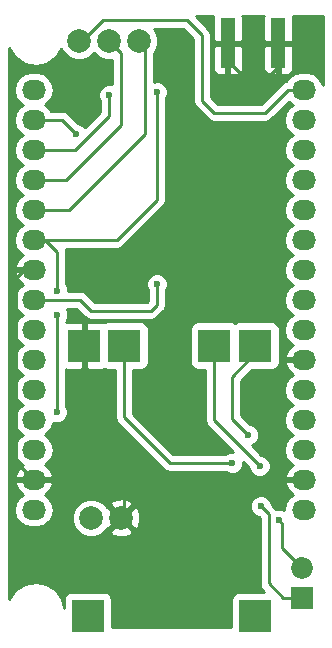
<source format=gbr>
G04 #@! TF.FileFunction,Copper,L2,Bot,Signal*
%FSLAX46Y46*%
G04 Gerber Fmt 4.6, Leading zero omitted, Abs format (unit mm)*
G04 Created by KiCad (PCBNEW 4.0.4-stable) date 04/06/17 15:32:41*
%MOMM*%
%LPD*%
G01*
G04 APERTURE LIST*
%ADD10C,0.100000*%
%ADD11C,1.998980*%
%ADD12R,1.270000X4.191000*%
%ADD13O,2.032000X1.727200*%
%ADD14R,1.850000X1.850000*%
%ADD15C,1.850000*%
%ADD16R,2.800000X2.800000*%
%ADD17C,0.600000*%
%ADD18C,0.250000*%
%ADD19C,0.254000*%
G04 APERTURE END LIST*
D10*
D11*
X135890000Y-137160000D03*
X134874000Y-96774000D03*
D12*
X147459700Y-96964500D03*
X151752300Y-96964500D03*
D13*
X153898600Y-100914200D03*
X153898600Y-103454200D03*
X153898600Y-105994200D03*
X153898600Y-108534200D03*
X153898600Y-111074200D03*
X153898600Y-113614200D03*
X153898600Y-116154200D03*
X153898600Y-118694200D03*
X153898600Y-121234200D03*
X153898600Y-123774200D03*
X153898600Y-126314200D03*
X153898600Y-128854200D03*
X153898600Y-131394200D03*
X153898600Y-133934200D03*
X153898600Y-136474200D03*
X131038600Y-100914200D03*
X131038600Y-131394200D03*
X131038600Y-133934200D03*
X131038600Y-128854200D03*
X131038600Y-113614200D03*
X131038600Y-111074200D03*
X131038600Y-116154200D03*
X131038600Y-136474200D03*
X131038600Y-121234200D03*
X131038600Y-118694200D03*
X131038600Y-123774200D03*
X131038600Y-126314200D03*
X131038600Y-105994200D03*
X131038600Y-108534200D03*
X131038600Y-103454200D03*
D11*
X137414000Y-96774000D03*
X139954000Y-96774000D03*
X138430000Y-137160000D03*
D14*
X153771600Y-143941800D03*
D15*
X153771600Y-141441800D03*
D16*
X138711000Y-122567600D03*
X146311000Y-122567600D03*
X135311000Y-122567600D03*
X149811000Y-122567600D03*
X135611000Y-145467600D03*
X149811000Y-145467600D03*
D17*
X149199600Y-130124200D03*
X132715000Y-139446000D03*
X132969000Y-128206500D03*
X133032500Y-119951500D03*
X133032500Y-117919500D03*
X141483600Y-101119400D03*
X141478000Y-117348000D03*
X137414000Y-101346000D03*
X134620000Y-104648000D03*
X150266400Y-136169400D03*
X150164800Y-132765800D03*
X151765000Y-137337800D03*
X147853400Y-132486400D03*
D18*
X147828000Y-125222000D02*
X149811000Y-123239000D01*
X147828000Y-128752600D02*
X147828000Y-125222000D01*
X149199600Y-130124200D02*
X147828000Y-128752600D01*
X149811000Y-123239000D02*
X149811000Y-122567600D01*
X134874000Y-96774000D02*
X135128000Y-96774000D01*
X135128000Y-96774000D02*
X136906000Y-94996000D01*
X136906000Y-94996000D02*
X144018000Y-94996000D01*
X144018000Y-94996000D02*
X145288000Y-96266000D01*
X145288000Y-96266000D02*
X145288000Y-101854000D01*
X145288000Y-101854000D02*
X146304000Y-102870000D01*
X146304000Y-102870000D02*
X150622000Y-102870000D01*
X150622000Y-102870000D02*
X152577800Y-100914200D01*
X152577800Y-100914200D02*
X153898600Y-100914200D01*
X135572500Y-133934200D02*
X135572500Y-134747000D01*
X132715000Y-137604500D02*
X132715000Y-139446000D01*
X135572500Y-134747000D02*
X132715000Y-137604500D01*
X133197600Y-133934200D02*
X133197600Y-129946400D01*
X135311000Y-127833000D02*
X135311000Y-122567600D01*
X133197600Y-129946400D02*
X135311000Y-127833000D01*
X138709400Y-133934200D02*
X138709400Y-136880600D01*
X138709400Y-136880600D02*
X138430000Y-137160000D01*
X131038600Y-116154200D02*
X130225800Y-116154200D01*
X130225800Y-116154200D02*
X129540000Y-116840000D01*
X129540000Y-116840000D02*
X129540000Y-132435600D01*
X129540000Y-132435600D02*
X131038600Y-133934200D01*
X131038600Y-133934200D02*
X133197600Y-133934200D01*
X133197600Y-133934200D02*
X135572500Y-133934200D01*
X135572500Y-133934200D02*
X138709400Y-133934200D01*
X138709400Y-133934200D02*
X153898600Y-133934200D01*
X147459700Y-96964500D02*
X147459700Y-98437700D01*
X147459700Y-98437700D02*
X148590000Y-99568000D01*
X148590000Y-99568000D02*
X151130000Y-99568000D01*
X151130000Y-99568000D02*
X151752300Y-98945700D01*
X151752300Y-98945700D02*
X151752300Y-96964500D01*
X131038600Y-113614200D02*
X132029200Y-113614200D01*
X132029200Y-113614200D02*
X133032500Y-114617500D01*
X132969000Y-120015000D02*
X132969000Y-128206500D01*
X133032500Y-119951500D02*
X132969000Y-120015000D01*
X133032500Y-114617500D02*
X133032500Y-117919500D01*
X131038600Y-113614200D02*
X138099800Y-113614200D01*
X141478000Y-110236000D02*
X138099800Y-113614200D01*
X141478000Y-101125000D02*
X141478000Y-110236000D01*
X141478000Y-101125000D02*
X141483600Y-101119400D01*
X131038600Y-111074200D02*
X134035800Y-111074200D01*
X140462000Y-104648000D02*
X140462000Y-97282000D01*
X134035800Y-111074200D02*
X140462000Y-104648000D01*
X140462000Y-97282000D02*
X139954000Y-96774000D01*
X135890000Y-119634000D02*
X140970000Y-119634000D01*
X134950200Y-118694200D02*
X135890000Y-119634000D01*
X140970000Y-119634000D02*
X141478000Y-119126000D01*
X131038600Y-118694200D02*
X134950200Y-118694200D01*
X141478000Y-119126000D02*
X141478000Y-117348000D01*
X131038600Y-105994200D02*
X134543800Y-105994200D01*
X137414000Y-103124000D02*
X137414000Y-101346000D01*
X134543800Y-105994200D02*
X137414000Y-103124000D01*
X131038600Y-108534200D02*
X133781800Y-108534200D01*
X138430000Y-97790000D02*
X137414000Y-96774000D01*
X138430000Y-103886000D02*
X138430000Y-97790000D01*
X133781800Y-108534200D02*
X138430000Y-103886000D01*
X133426200Y-103454200D02*
X131038600Y-103454200D01*
X134620000Y-104648000D02*
X133426200Y-103454200D01*
X146311000Y-122567600D02*
X146311000Y-128912000D01*
X152171400Y-143941800D02*
X153771600Y-143941800D01*
X150926800Y-142697200D02*
X152171400Y-143941800D01*
X150926800Y-136829800D02*
X150926800Y-142697200D01*
X150266400Y-136169400D02*
X150926800Y-136829800D01*
X146311000Y-128912000D02*
X150164800Y-132765800D01*
X138711000Y-122567600D02*
X138711000Y-128652600D01*
X152069800Y-139740000D02*
X153771600Y-141441800D01*
X152069800Y-137642600D02*
X152069800Y-139740000D01*
X151765000Y-137337800D02*
X152069800Y-137642600D01*
X142544800Y-132486400D02*
X147853400Y-132486400D01*
X138711000Y-128652600D02*
X142544800Y-132486400D01*
D19*
G36*
X144528000Y-96580802D02*
X144528000Y-101854000D01*
X144585852Y-102144839D01*
X144750599Y-102391401D01*
X145766599Y-103407401D01*
X146013161Y-103572148D01*
X146304000Y-103630000D01*
X150622000Y-103630000D01*
X150912839Y-103572148D01*
X151159401Y-103407401D01*
X152629650Y-101937152D01*
X152654185Y-101973870D01*
X152968966Y-102184200D01*
X152654185Y-102394530D01*
X152329329Y-102880711D01*
X152215255Y-103454200D01*
X152329329Y-104027689D01*
X152654185Y-104513870D01*
X152968966Y-104724200D01*
X152654185Y-104934530D01*
X152329329Y-105420711D01*
X152215255Y-105994200D01*
X152329329Y-106567689D01*
X152654185Y-107053870D01*
X152968966Y-107264200D01*
X152654185Y-107474530D01*
X152329329Y-107960711D01*
X152215255Y-108534200D01*
X152329329Y-109107689D01*
X152654185Y-109593870D01*
X152968966Y-109804200D01*
X152654185Y-110014530D01*
X152329329Y-110500711D01*
X152215255Y-111074200D01*
X152329329Y-111647689D01*
X152654185Y-112133870D01*
X152968966Y-112344200D01*
X152654185Y-112554530D01*
X152329329Y-113040711D01*
X152215255Y-113614200D01*
X152329329Y-114187689D01*
X152654185Y-114673870D01*
X152968966Y-114884200D01*
X152654185Y-115094530D01*
X152329329Y-115580711D01*
X152215255Y-116154200D01*
X152329329Y-116727689D01*
X152654185Y-117213870D01*
X152968966Y-117424200D01*
X152654185Y-117634530D01*
X152329329Y-118120711D01*
X152215255Y-118694200D01*
X152329329Y-119267689D01*
X152654185Y-119753870D01*
X152968966Y-119964200D01*
X152654185Y-120174530D01*
X152329329Y-120660711D01*
X152215255Y-121234200D01*
X152329329Y-121807689D01*
X152654185Y-122293870D01*
X152963669Y-122500661D01*
X152547868Y-122872164D01*
X152293891Y-123399409D01*
X152291242Y-123415174D01*
X152412383Y-123647200D01*
X153771600Y-123647200D01*
X153771600Y-123627200D01*
X154025600Y-123627200D01*
X154025600Y-123647200D01*
X154045600Y-123647200D01*
X154045600Y-123901200D01*
X154025600Y-123901200D01*
X154025600Y-123921200D01*
X153771600Y-123921200D01*
X153771600Y-123901200D01*
X152412383Y-123901200D01*
X152291242Y-124133226D01*
X152293891Y-124148991D01*
X152547868Y-124676236D01*
X152963669Y-125047739D01*
X152654185Y-125254530D01*
X152329329Y-125740711D01*
X152215255Y-126314200D01*
X152329329Y-126887689D01*
X152654185Y-127373870D01*
X152968966Y-127584200D01*
X152654185Y-127794530D01*
X152329329Y-128280711D01*
X152215255Y-128854200D01*
X152329329Y-129427689D01*
X152654185Y-129913870D01*
X152968966Y-130124200D01*
X152654185Y-130334530D01*
X152329329Y-130820711D01*
X152215255Y-131394200D01*
X152329329Y-131967689D01*
X152654185Y-132453870D01*
X152963669Y-132660661D01*
X152547868Y-133032164D01*
X152293891Y-133559409D01*
X152291242Y-133575174D01*
X152412383Y-133807200D01*
X153771600Y-133807200D01*
X153771600Y-133787200D01*
X154025600Y-133787200D01*
X154025600Y-133807200D01*
X154045600Y-133807200D01*
X154045600Y-134061200D01*
X154025600Y-134061200D01*
X154025600Y-134081200D01*
X153771600Y-134081200D01*
X153771600Y-134061200D01*
X152412383Y-134061200D01*
X152291242Y-134293226D01*
X152293891Y-134308991D01*
X152547868Y-134836236D01*
X152963669Y-135207739D01*
X152654185Y-135414530D01*
X152329329Y-135900711D01*
X152215255Y-136474200D01*
X152223529Y-136515795D01*
X151951799Y-136402962D01*
X151579833Y-136402638D01*
X151546941Y-136416229D01*
X151464201Y-136292399D01*
X151201522Y-136029720D01*
X151201562Y-135984233D01*
X151059517Y-135640457D01*
X150796727Y-135377208D01*
X150453199Y-135234562D01*
X150081233Y-135234238D01*
X149737457Y-135376283D01*
X149474208Y-135639073D01*
X149331562Y-135982601D01*
X149331238Y-136354567D01*
X149473283Y-136698343D01*
X149736073Y-136961592D01*
X150079601Y-137104238D01*
X150126477Y-137104279D01*
X150166800Y-137144602D01*
X150166800Y-142697200D01*
X150224652Y-142988039D01*
X150389399Y-143234601D01*
X150574958Y-143420160D01*
X148411000Y-143420160D01*
X148175683Y-143464438D01*
X147959559Y-143603510D01*
X147814569Y-143815710D01*
X147763560Y-144067600D01*
X147763560Y-146406800D01*
X137658440Y-146406800D01*
X137658440Y-144067600D01*
X137614162Y-143832283D01*
X137475090Y-143616159D01*
X137262890Y-143471169D01*
X137011000Y-143420160D01*
X134211000Y-143420160D01*
X133975683Y-143464438D01*
X133759559Y-143603510D01*
X133614569Y-143815710D01*
X133563560Y-144067600D01*
X133563560Y-144750861D01*
X133423323Y-144045842D01*
X132899546Y-143261954D01*
X132115658Y-142738177D01*
X131191000Y-142554251D01*
X130266342Y-142738177D01*
X129482454Y-143261954D01*
X128980000Y-144013930D01*
X128980000Y-136474200D01*
X129355255Y-136474200D01*
X129469329Y-137047689D01*
X129794185Y-137533870D01*
X130280366Y-137858726D01*
X130853855Y-137972800D01*
X131223345Y-137972800D01*
X131796834Y-137858726D01*
X132283015Y-137533870D01*
X132316541Y-137483694D01*
X134255226Y-137483694D01*
X134503538Y-138084655D01*
X134962927Y-138544846D01*
X135563453Y-138794206D01*
X136213694Y-138794774D01*
X136814655Y-138546462D01*
X137049362Y-138312163D01*
X137457443Y-138312163D01*
X137556042Y-138578965D01*
X138165582Y-138805401D01*
X138815377Y-138781341D01*
X139303958Y-138578965D01*
X139402557Y-138312163D01*
X138430000Y-137339605D01*
X137457443Y-138312163D01*
X137049362Y-138312163D01*
X137242401Y-138119461D01*
X137277837Y-138132557D01*
X138250395Y-137160000D01*
X138609605Y-137160000D01*
X139582163Y-138132557D01*
X139848965Y-138033958D01*
X140075401Y-137424418D01*
X140051341Y-136774623D01*
X139848965Y-136286042D01*
X139582163Y-136187443D01*
X138609605Y-137160000D01*
X138250395Y-137160000D01*
X137277837Y-136187443D01*
X137241901Y-136200724D01*
X137049351Y-136007837D01*
X137457443Y-136007837D01*
X138430000Y-136980395D01*
X139402557Y-136007837D01*
X139303958Y-135741035D01*
X138694418Y-135514599D01*
X138044623Y-135538659D01*
X137556042Y-135741035D01*
X137457443Y-136007837D01*
X137049351Y-136007837D01*
X136817073Y-135775154D01*
X136216547Y-135525794D01*
X135566306Y-135525226D01*
X134965345Y-135773538D01*
X134505154Y-136232927D01*
X134255794Y-136833453D01*
X134255226Y-137483694D01*
X132316541Y-137483694D01*
X132607871Y-137047689D01*
X132721945Y-136474200D01*
X132607871Y-135900711D01*
X132283015Y-135414530D01*
X131973531Y-135207739D01*
X132389332Y-134836236D01*
X132643309Y-134308991D01*
X132645958Y-134293226D01*
X132524817Y-134061200D01*
X131165600Y-134061200D01*
X131165600Y-134081200D01*
X130911600Y-134081200D01*
X130911600Y-134061200D01*
X129552383Y-134061200D01*
X129431242Y-134293226D01*
X129433891Y-134308991D01*
X129687868Y-134836236D01*
X130103669Y-135207739D01*
X129794185Y-135414530D01*
X129469329Y-135900711D01*
X129355255Y-136474200D01*
X128980000Y-136474200D01*
X128980000Y-97413070D01*
X129482454Y-98165046D01*
X130266342Y-98688823D01*
X131191000Y-98872749D01*
X132115658Y-98688823D01*
X132899546Y-98165046D01*
X133381941Y-97443091D01*
X133487538Y-97698655D01*
X133946927Y-98158846D01*
X134547453Y-98408206D01*
X135197694Y-98408774D01*
X135798655Y-98160462D01*
X136144199Y-97815520D01*
X136486927Y-98158846D01*
X137087453Y-98408206D01*
X137670000Y-98408715D01*
X137670000Y-100439897D01*
X137600799Y-100411162D01*
X137228833Y-100410838D01*
X136885057Y-100552883D01*
X136621808Y-100815673D01*
X136479162Y-101159201D01*
X136478838Y-101531167D01*
X136620883Y-101874943D01*
X136654000Y-101908118D01*
X136654000Y-102809198D01*
X135378659Y-104084539D01*
X135150327Y-103855808D01*
X134806799Y-103713162D01*
X134759923Y-103713121D01*
X133963601Y-102916799D01*
X133717039Y-102752052D01*
X133426200Y-102694200D01*
X132483248Y-102694200D01*
X132283015Y-102394530D01*
X131968234Y-102184200D01*
X132283015Y-101973870D01*
X132607871Y-101487689D01*
X132721945Y-100914200D01*
X132607871Y-100340711D01*
X132283015Y-99854530D01*
X131796834Y-99529674D01*
X131223345Y-99415600D01*
X130853855Y-99415600D01*
X130280366Y-99529674D01*
X129794185Y-99854530D01*
X129469329Y-100340711D01*
X129355255Y-100914200D01*
X129469329Y-101487689D01*
X129794185Y-101973870D01*
X130108966Y-102184200D01*
X129794185Y-102394530D01*
X129469329Y-102880711D01*
X129355255Y-103454200D01*
X129469329Y-104027689D01*
X129794185Y-104513870D01*
X130108966Y-104724200D01*
X129794185Y-104934530D01*
X129469329Y-105420711D01*
X129355255Y-105994200D01*
X129469329Y-106567689D01*
X129794185Y-107053870D01*
X130108966Y-107264200D01*
X129794185Y-107474530D01*
X129469329Y-107960711D01*
X129355255Y-108534200D01*
X129469329Y-109107689D01*
X129794185Y-109593870D01*
X130108966Y-109804200D01*
X129794185Y-110014530D01*
X129469329Y-110500711D01*
X129355255Y-111074200D01*
X129469329Y-111647689D01*
X129794185Y-112133870D01*
X130108966Y-112344200D01*
X129794185Y-112554530D01*
X129469329Y-113040711D01*
X129355255Y-113614200D01*
X129469329Y-114187689D01*
X129794185Y-114673870D01*
X130103669Y-114880661D01*
X129687868Y-115252164D01*
X129433891Y-115779409D01*
X129431242Y-115795174D01*
X129552383Y-116027200D01*
X130911600Y-116027200D01*
X130911600Y-116007200D01*
X131165600Y-116007200D01*
X131165600Y-116027200D01*
X131185600Y-116027200D01*
X131185600Y-116281200D01*
X131165600Y-116281200D01*
X131165600Y-116301200D01*
X130911600Y-116301200D01*
X130911600Y-116281200D01*
X129552383Y-116281200D01*
X129431242Y-116513226D01*
X129433891Y-116528991D01*
X129687868Y-117056236D01*
X130103669Y-117427739D01*
X129794185Y-117634530D01*
X129469329Y-118120711D01*
X129355255Y-118694200D01*
X129469329Y-119267689D01*
X129794185Y-119753870D01*
X130108966Y-119964200D01*
X129794185Y-120174530D01*
X129469329Y-120660711D01*
X129355255Y-121234200D01*
X129469329Y-121807689D01*
X129794185Y-122293870D01*
X130108966Y-122504200D01*
X129794185Y-122714530D01*
X129469329Y-123200711D01*
X129355255Y-123774200D01*
X129469329Y-124347689D01*
X129794185Y-124833870D01*
X130108966Y-125044200D01*
X129794185Y-125254530D01*
X129469329Y-125740711D01*
X129355255Y-126314200D01*
X129469329Y-126887689D01*
X129794185Y-127373870D01*
X130108966Y-127584200D01*
X129794185Y-127794530D01*
X129469329Y-128280711D01*
X129355255Y-128854200D01*
X129469329Y-129427689D01*
X129794185Y-129913870D01*
X130108966Y-130124200D01*
X129794185Y-130334530D01*
X129469329Y-130820711D01*
X129355255Y-131394200D01*
X129469329Y-131967689D01*
X129794185Y-132453870D01*
X130103669Y-132660661D01*
X129687868Y-133032164D01*
X129433891Y-133559409D01*
X129431242Y-133575174D01*
X129552383Y-133807200D01*
X130911600Y-133807200D01*
X130911600Y-133787200D01*
X131165600Y-133787200D01*
X131165600Y-133807200D01*
X132524817Y-133807200D01*
X132645958Y-133575174D01*
X132643309Y-133559409D01*
X132389332Y-133032164D01*
X131973531Y-132660661D01*
X132283015Y-132453870D01*
X132607871Y-131967689D01*
X132721945Y-131394200D01*
X132607871Y-130820711D01*
X132283015Y-130334530D01*
X131968234Y-130124200D01*
X132283015Y-129913870D01*
X132607871Y-129427689D01*
X132673784Y-129096319D01*
X132782201Y-129141338D01*
X133154167Y-129141662D01*
X133497943Y-128999617D01*
X133761192Y-128736827D01*
X133903838Y-128393299D01*
X133904162Y-128021333D01*
X133762117Y-127677557D01*
X133729000Y-127644382D01*
X133729000Y-124579532D01*
X133784690Y-124602600D01*
X135025250Y-124602600D01*
X135184000Y-124443850D01*
X135184000Y-122694600D01*
X135164000Y-122694600D01*
X135164000Y-122440600D01*
X135184000Y-122440600D01*
X135184000Y-120691350D01*
X135438000Y-120691350D01*
X135438000Y-122440600D01*
X135458000Y-122440600D01*
X135458000Y-122694600D01*
X135438000Y-122694600D01*
X135438000Y-124443850D01*
X135596750Y-124602600D01*
X136837310Y-124602600D01*
X137010541Y-124530845D01*
X137059110Y-124564031D01*
X137311000Y-124615040D01*
X137951000Y-124615040D01*
X137951000Y-128652600D01*
X138008852Y-128943439D01*
X138173599Y-129190001D01*
X142007399Y-133023801D01*
X142253961Y-133188548D01*
X142544800Y-133246400D01*
X147290937Y-133246400D01*
X147323073Y-133278592D01*
X147666601Y-133421238D01*
X148038567Y-133421562D01*
X148382343Y-133279517D01*
X148645592Y-133016727D01*
X148788238Y-132673199D01*
X148788420Y-132464222D01*
X149229678Y-132905480D01*
X149229638Y-132950967D01*
X149371683Y-133294743D01*
X149634473Y-133557992D01*
X149978001Y-133700638D01*
X150349967Y-133700962D01*
X150693743Y-133558917D01*
X150956992Y-133296127D01*
X151099638Y-132952599D01*
X151099962Y-132580633D01*
X150957917Y-132236857D01*
X150695127Y-131973608D01*
X150351599Y-131830962D01*
X150304723Y-131830921D01*
X149489775Y-131015973D01*
X149728543Y-130917317D01*
X149991792Y-130654527D01*
X150134438Y-130310999D01*
X150134762Y-129939033D01*
X149992717Y-129595257D01*
X149729927Y-129332008D01*
X149386399Y-129189362D01*
X149339523Y-129189321D01*
X148588000Y-128437798D01*
X148588000Y-125536802D01*
X149509763Y-124615040D01*
X151211000Y-124615040D01*
X151446317Y-124570762D01*
X151662441Y-124431690D01*
X151807431Y-124219490D01*
X151858440Y-123967600D01*
X151858440Y-121167600D01*
X151814162Y-120932283D01*
X151675090Y-120716159D01*
X151462890Y-120571169D01*
X151211000Y-120520160D01*
X148411000Y-120520160D01*
X148175683Y-120564438D01*
X148061022Y-120638220D01*
X147962890Y-120571169D01*
X147711000Y-120520160D01*
X144911000Y-120520160D01*
X144675683Y-120564438D01*
X144459559Y-120703510D01*
X144314569Y-120915710D01*
X144263560Y-121167600D01*
X144263560Y-123967600D01*
X144307838Y-124202917D01*
X144446910Y-124419041D01*
X144659110Y-124564031D01*
X144911000Y-124615040D01*
X145551000Y-124615040D01*
X145551000Y-128912000D01*
X145608852Y-129202839D01*
X145773599Y-129449401D01*
X147875617Y-131551419D01*
X147668233Y-131551238D01*
X147324457Y-131693283D01*
X147291282Y-131726400D01*
X142859602Y-131726400D01*
X139471000Y-128337798D01*
X139471000Y-124615040D01*
X140111000Y-124615040D01*
X140346317Y-124570762D01*
X140562441Y-124431690D01*
X140707431Y-124219490D01*
X140758440Y-123967600D01*
X140758440Y-121167600D01*
X140714162Y-120932283D01*
X140575090Y-120716159D01*
X140362890Y-120571169D01*
X140111000Y-120520160D01*
X137311000Y-120520160D01*
X137075683Y-120564438D01*
X137012433Y-120605138D01*
X136837310Y-120532600D01*
X135596750Y-120532600D01*
X135438000Y-120691350D01*
X135184000Y-120691350D01*
X135025250Y-120532600D01*
X133784690Y-120532600D01*
X133766128Y-120540288D01*
X133824692Y-120481827D01*
X133967338Y-120138299D01*
X133967662Y-119766333D01*
X133838692Y-119454200D01*
X134635398Y-119454200D01*
X135352599Y-120171401D01*
X135599161Y-120336148D01*
X135890000Y-120394000D01*
X140970000Y-120394000D01*
X141260839Y-120336148D01*
X141507401Y-120171401D01*
X142015401Y-119663401D01*
X142035046Y-119634000D01*
X142180148Y-119416839D01*
X142238000Y-119126000D01*
X142238000Y-117910463D01*
X142270192Y-117878327D01*
X142412838Y-117534799D01*
X142413162Y-117162833D01*
X142271117Y-116819057D01*
X142008327Y-116555808D01*
X141664799Y-116413162D01*
X141292833Y-116412838D01*
X140949057Y-116554883D01*
X140685808Y-116817673D01*
X140543162Y-117161201D01*
X140542838Y-117533167D01*
X140684883Y-117876943D01*
X140718000Y-117910118D01*
X140718000Y-118811198D01*
X140655198Y-118874000D01*
X136204802Y-118874000D01*
X135487601Y-118156799D01*
X135241039Y-117992052D01*
X134950200Y-117934200D01*
X133967488Y-117934200D01*
X133967662Y-117734333D01*
X133825617Y-117390557D01*
X133792500Y-117357382D01*
X133792500Y-114617500D01*
X133744104Y-114374200D01*
X138099800Y-114374200D01*
X138390639Y-114316348D01*
X138637201Y-114151601D01*
X142015401Y-110773401D01*
X142180148Y-110526840D01*
X142238000Y-110236000D01*
X142238000Y-101687453D01*
X142275792Y-101649727D01*
X142418438Y-101306199D01*
X142418762Y-100934233D01*
X142276717Y-100590457D01*
X142013927Y-100327208D01*
X141670399Y-100184562D01*
X141298433Y-100184238D01*
X141222000Y-100215819D01*
X141222000Y-97817715D01*
X141338846Y-97701073D01*
X141588206Y-97100547D01*
X141588774Y-96450306D01*
X141340462Y-95849345D01*
X141247280Y-95756000D01*
X143703198Y-95756000D01*
X144528000Y-96580802D01*
X144528000Y-96580802D01*
G37*
X144528000Y-96580802D02*
X144528000Y-101854000D01*
X144585852Y-102144839D01*
X144750599Y-102391401D01*
X145766599Y-103407401D01*
X146013161Y-103572148D01*
X146304000Y-103630000D01*
X150622000Y-103630000D01*
X150912839Y-103572148D01*
X151159401Y-103407401D01*
X152629650Y-101937152D01*
X152654185Y-101973870D01*
X152968966Y-102184200D01*
X152654185Y-102394530D01*
X152329329Y-102880711D01*
X152215255Y-103454200D01*
X152329329Y-104027689D01*
X152654185Y-104513870D01*
X152968966Y-104724200D01*
X152654185Y-104934530D01*
X152329329Y-105420711D01*
X152215255Y-105994200D01*
X152329329Y-106567689D01*
X152654185Y-107053870D01*
X152968966Y-107264200D01*
X152654185Y-107474530D01*
X152329329Y-107960711D01*
X152215255Y-108534200D01*
X152329329Y-109107689D01*
X152654185Y-109593870D01*
X152968966Y-109804200D01*
X152654185Y-110014530D01*
X152329329Y-110500711D01*
X152215255Y-111074200D01*
X152329329Y-111647689D01*
X152654185Y-112133870D01*
X152968966Y-112344200D01*
X152654185Y-112554530D01*
X152329329Y-113040711D01*
X152215255Y-113614200D01*
X152329329Y-114187689D01*
X152654185Y-114673870D01*
X152968966Y-114884200D01*
X152654185Y-115094530D01*
X152329329Y-115580711D01*
X152215255Y-116154200D01*
X152329329Y-116727689D01*
X152654185Y-117213870D01*
X152968966Y-117424200D01*
X152654185Y-117634530D01*
X152329329Y-118120711D01*
X152215255Y-118694200D01*
X152329329Y-119267689D01*
X152654185Y-119753870D01*
X152968966Y-119964200D01*
X152654185Y-120174530D01*
X152329329Y-120660711D01*
X152215255Y-121234200D01*
X152329329Y-121807689D01*
X152654185Y-122293870D01*
X152963669Y-122500661D01*
X152547868Y-122872164D01*
X152293891Y-123399409D01*
X152291242Y-123415174D01*
X152412383Y-123647200D01*
X153771600Y-123647200D01*
X153771600Y-123627200D01*
X154025600Y-123627200D01*
X154025600Y-123647200D01*
X154045600Y-123647200D01*
X154045600Y-123901200D01*
X154025600Y-123901200D01*
X154025600Y-123921200D01*
X153771600Y-123921200D01*
X153771600Y-123901200D01*
X152412383Y-123901200D01*
X152291242Y-124133226D01*
X152293891Y-124148991D01*
X152547868Y-124676236D01*
X152963669Y-125047739D01*
X152654185Y-125254530D01*
X152329329Y-125740711D01*
X152215255Y-126314200D01*
X152329329Y-126887689D01*
X152654185Y-127373870D01*
X152968966Y-127584200D01*
X152654185Y-127794530D01*
X152329329Y-128280711D01*
X152215255Y-128854200D01*
X152329329Y-129427689D01*
X152654185Y-129913870D01*
X152968966Y-130124200D01*
X152654185Y-130334530D01*
X152329329Y-130820711D01*
X152215255Y-131394200D01*
X152329329Y-131967689D01*
X152654185Y-132453870D01*
X152963669Y-132660661D01*
X152547868Y-133032164D01*
X152293891Y-133559409D01*
X152291242Y-133575174D01*
X152412383Y-133807200D01*
X153771600Y-133807200D01*
X153771600Y-133787200D01*
X154025600Y-133787200D01*
X154025600Y-133807200D01*
X154045600Y-133807200D01*
X154045600Y-134061200D01*
X154025600Y-134061200D01*
X154025600Y-134081200D01*
X153771600Y-134081200D01*
X153771600Y-134061200D01*
X152412383Y-134061200D01*
X152291242Y-134293226D01*
X152293891Y-134308991D01*
X152547868Y-134836236D01*
X152963669Y-135207739D01*
X152654185Y-135414530D01*
X152329329Y-135900711D01*
X152215255Y-136474200D01*
X152223529Y-136515795D01*
X151951799Y-136402962D01*
X151579833Y-136402638D01*
X151546941Y-136416229D01*
X151464201Y-136292399D01*
X151201522Y-136029720D01*
X151201562Y-135984233D01*
X151059517Y-135640457D01*
X150796727Y-135377208D01*
X150453199Y-135234562D01*
X150081233Y-135234238D01*
X149737457Y-135376283D01*
X149474208Y-135639073D01*
X149331562Y-135982601D01*
X149331238Y-136354567D01*
X149473283Y-136698343D01*
X149736073Y-136961592D01*
X150079601Y-137104238D01*
X150126477Y-137104279D01*
X150166800Y-137144602D01*
X150166800Y-142697200D01*
X150224652Y-142988039D01*
X150389399Y-143234601D01*
X150574958Y-143420160D01*
X148411000Y-143420160D01*
X148175683Y-143464438D01*
X147959559Y-143603510D01*
X147814569Y-143815710D01*
X147763560Y-144067600D01*
X147763560Y-146406800D01*
X137658440Y-146406800D01*
X137658440Y-144067600D01*
X137614162Y-143832283D01*
X137475090Y-143616159D01*
X137262890Y-143471169D01*
X137011000Y-143420160D01*
X134211000Y-143420160D01*
X133975683Y-143464438D01*
X133759559Y-143603510D01*
X133614569Y-143815710D01*
X133563560Y-144067600D01*
X133563560Y-144750861D01*
X133423323Y-144045842D01*
X132899546Y-143261954D01*
X132115658Y-142738177D01*
X131191000Y-142554251D01*
X130266342Y-142738177D01*
X129482454Y-143261954D01*
X128980000Y-144013930D01*
X128980000Y-136474200D01*
X129355255Y-136474200D01*
X129469329Y-137047689D01*
X129794185Y-137533870D01*
X130280366Y-137858726D01*
X130853855Y-137972800D01*
X131223345Y-137972800D01*
X131796834Y-137858726D01*
X132283015Y-137533870D01*
X132316541Y-137483694D01*
X134255226Y-137483694D01*
X134503538Y-138084655D01*
X134962927Y-138544846D01*
X135563453Y-138794206D01*
X136213694Y-138794774D01*
X136814655Y-138546462D01*
X137049362Y-138312163D01*
X137457443Y-138312163D01*
X137556042Y-138578965D01*
X138165582Y-138805401D01*
X138815377Y-138781341D01*
X139303958Y-138578965D01*
X139402557Y-138312163D01*
X138430000Y-137339605D01*
X137457443Y-138312163D01*
X137049362Y-138312163D01*
X137242401Y-138119461D01*
X137277837Y-138132557D01*
X138250395Y-137160000D01*
X138609605Y-137160000D01*
X139582163Y-138132557D01*
X139848965Y-138033958D01*
X140075401Y-137424418D01*
X140051341Y-136774623D01*
X139848965Y-136286042D01*
X139582163Y-136187443D01*
X138609605Y-137160000D01*
X138250395Y-137160000D01*
X137277837Y-136187443D01*
X137241901Y-136200724D01*
X137049351Y-136007837D01*
X137457443Y-136007837D01*
X138430000Y-136980395D01*
X139402557Y-136007837D01*
X139303958Y-135741035D01*
X138694418Y-135514599D01*
X138044623Y-135538659D01*
X137556042Y-135741035D01*
X137457443Y-136007837D01*
X137049351Y-136007837D01*
X136817073Y-135775154D01*
X136216547Y-135525794D01*
X135566306Y-135525226D01*
X134965345Y-135773538D01*
X134505154Y-136232927D01*
X134255794Y-136833453D01*
X134255226Y-137483694D01*
X132316541Y-137483694D01*
X132607871Y-137047689D01*
X132721945Y-136474200D01*
X132607871Y-135900711D01*
X132283015Y-135414530D01*
X131973531Y-135207739D01*
X132389332Y-134836236D01*
X132643309Y-134308991D01*
X132645958Y-134293226D01*
X132524817Y-134061200D01*
X131165600Y-134061200D01*
X131165600Y-134081200D01*
X130911600Y-134081200D01*
X130911600Y-134061200D01*
X129552383Y-134061200D01*
X129431242Y-134293226D01*
X129433891Y-134308991D01*
X129687868Y-134836236D01*
X130103669Y-135207739D01*
X129794185Y-135414530D01*
X129469329Y-135900711D01*
X129355255Y-136474200D01*
X128980000Y-136474200D01*
X128980000Y-97413070D01*
X129482454Y-98165046D01*
X130266342Y-98688823D01*
X131191000Y-98872749D01*
X132115658Y-98688823D01*
X132899546Y-98165046D01*
X133381941Y-97443091D01*
X133487538Y-97698655D01*
X133946927Y-98158846D01*
X134547453Y-98408206D01*
X135197694Y-98408774D01*
X135798655Y-98160462D01*
X136144199Y-97815520D01*
X136486927Y-98158846D01*
X137087453Y-98408206D01*
X137670000Y-98408715D01*
X137670000Y-100439897D01*
X137600799Y-100411162D01*
X137228833Y-100410838D01*
X136885057Y-100552883D01*
X136621808Y-100815673D01*
X136479162Y-101159201D01*
X136478838Y-101531167D01*
X136620883Y-101874943D01*
X136654000Y-101908118D01*
X136654000Y-102809198D01*
X135378659Y-104084539D01*
X135150327Y-103855808D01*
X134806799Y-103713162D01*
X134759923Y-103713121D01*
X133963601Y-102916799D01*
X133717039Y-102752052D01*
X133426200Y-102694200D01*
X132483248Y-102694200D01*
X132283015Y-102394530D01*
X131968234Y-102184200D01*
X132283015Y-101973870D01*
X132607871Y-101487689D01*
X132721945Y-100914200D01*
X132607871Y-100340711D01*
X132283015Y-99854530D01*
X131796834Y-99529674D01*
X131223345Y-99415600D01*
X130853855Y-99415600D01*
X130280366Y-99529674D01*
X129794185Y-99854530D01*
X129469329Y-100340711D01*
X129355255Y-100914200D01*
X129469329Y-101487689D01*
X129794185Y-101973870D01*
X130108966Y-102184200D01*
X129794185Y-102394530D01*
X129469329Y-102880711D01*
X129355255Y-103454200D01*
X129469329Y-104027689D01*
X129794185Y-104513870D01*
X130108966Y-104724200D01*
X129794185Y-104934530D01*
X129469329Y-105420711D01*
X129355255Y-105994200D01*
X129469329Y-106567689D01*
X129794185Y-107053870D01*
X130108966Y-107264200D01*
X129794185Y-107474530D01*
X129469329Y-107960711D01*
X129355255Y-108534200D01*
X129469329Y-109107689D01*
X129794185Y-109593870D01*
X130108966Y-109804200D01*
X129794185Y-110014530D01*
X129469329Y-110500711D01*
X129355255Y-111074200D01*
X129469329Y-111647689D01*
X129794185Y-112133870D01*
X130108966Y-112344200D01*
X129794185Y-112554530D01*
X129469329Y-113040711D01*
X129355255Y-113614200D01*
X129469329Y-114187689D01*
X129794185Y-114673870D01*
X130103669Y-114880661D01*
X129687868Y-115252164D01*
X129433891Y-115779409D01*
X129431242Y-115795174D01*
X129552383Y-116027200D01*
X130911600Y-116027200D01*
X130911600Y-116007200D01*
X131165600Y-116007200D01*
X131165600Y-116027200D01*
X131185600Y-116027200D01*
X131185600Y-116281200D01*
X131165600Y-116281200D01*
X131165600Y-116301200D01*
X130911600Y-116301200D01*
X130911600Y-116281200D01*
X129552383Y-116281200D01*
X129431242Y-116513226D01*
X129433891Y-116528991D01*
X129687868Y-117056236D01*
X130103669Y-117427739D01*
X129794185Y-117634530D01*
X129469329Y-118120711D01*
X129355255Y-118694200D01*
X129469329Y-119267689D01*
X129794185Y-119753870D01*
X130108966Y-119964200D01*
X129794185Y-120174530D01*
X129469329Y-120660711D01*
X129355255Y-121234200D01*
X129469329Y-121807689D01*
X129794185Y-122293870D01*
X130108966Y-122504200D01*
X129794185Y-122714530D01*
X129469329Y-123200711D01*
X129355255Y-123774200D01*
X129469329Y-124347689D01*
X129794185Y-124833870D01*
X130108966Y-125044200D01*
X129794185Y-125254530D01*
X129469329Y-125740711D01*
X129355255Y-126314200D01*
X129469329Y-126887689D01*
X129794185Y-127373870D01*
X130108966Y-127584200D01*
X129794185Y-127794530D01*
X129469329Y-128280711D01*
X129355255Y-128854200D01*
X129469329Y-129427689D01*
X129794185Y-129913870D01*
X130108966Y-130124200D01*
X129794185Y-130334530D01*
X129469329Y-130820711D01*
X129355255Y-131394200D01*
X129469329Y-131967689D01*
X129794185Y-132453870D01*
X130103669Y-132660661D01*
X129687868Y-133032164D01*
X129433891Y-133559409D01*
X129431242Y-133575174D01*
X129552383Y-133807200D01*
X130911600Y-133807200D01*
X130911600Y-133787200D01*
X131165600Y-133787200D01*
X131165600Y-133807200D01*
X132524817Y-133807200D01*
X132645958Y-133575174D01*
X132643309Y-133559409D01*
X132389332Y-133032164D01*
X131973531Y-132660661D01*
X132283015Y-132453870D01*
X132607871Y-131967689D01*
X132721945Y-131394200D01*
X132607871Y-130820711D01*
X132283015Y-130334530D01*
X131968234Y-130124200D01*
X132283015Y-129913870D01*
X132607871Y-129427689D01*
X132673784Y-129096319D01*
X132782201Y-129141338D01*
X133154167Y-129141662D01*
X133497943Y-128999617D01*
X133761192Y-128736827D01*
X133903838Y-128393299D01*
X133904162Y-128021333D01*
X133762117Y-127677557D01*
X133729000Y-127644382D01*
X133729000Y-124579532D01*
X133784690Y-124602600D01*
X135025250Y-124602600D01*
X135184000Y-124443850D01*
X135184000Y-122694600D01*
X135164000Y-122694600D01*
X135164000Y-122440600D01*
X135184000Y-122440600D01*
X135184000Y-120691350D01*
X135438000Y-120691350D01*
X135438000Y-122440600D01*
X135458000Y-122440600D01*
X135458000Y-122694600D01*
X135438000Y-122694600D01*
X135438000Y-124443850D01*
X135596750Y-124602600D01*
X136837310Y-124602600D01*
X137010541Y-124530845D01*
X137059110Y-124564031D01*
X137311000Y-124615040D01*
X137951000Y-124615040D01*
X137951000Y-128652600D01*
X138008852Y-128943439D01*
X138173599Y-129190001D01*
X142007399Y-133023801D01*
X142253961Y-133188548D01*
X142544800Y-133246400D01*
X147290937Y-133246400D01*
X147323073Y-133278592D01*
X147666601Y-133421238D01*
X148038567Y-133421562D01*
X148382343Y-133279517D01*
X148645592Y-133016727D01*
X148788238Y-132673199D01*
X148788420Y-132464222D01*
X149229678Y-132905480D01*
X149229638Y-132950967D01*
X149371683Y-133294743D01*
X149634473Y-133557992D01*
X149978001Y-133700638D01*
X150349967Y-133700962D01*
X150693743Y-133558917D01*
X150956992Y-133296127D01*
X151099638Y-132952599D01*
X151099962Y-132580633D01*
X150957917Y-132236857D01*
X150695127Y-131973608D01*
X150351599Y-131830962D01*
X150304723Y-131830921D01*
X149489775Y-131015973D01*
X149728543Y-130917317D01*
X149991792Y-130654527D01*
X150134438Y-130310999D01*
X150134762Y-129939033D01*
X149992717Y-129595257D01*
X149729927Y-129332008D01*
X149386399Y-129189362D01*
X149339523Y-129189321D01*
X148588000Y-128437798D01*
X148588000Y-125536802D01*
X149509763Y-124615040D01*
X151211000Y-124615040D01*
X151446317Y-124570762D01*
X151662441Y-124431690D01*
X151807431Y-124219490D01*
X151858440Y-123967600D01*
X151858440Y-121167600D01*
X151814162Y-120932283D01*
X151675090Y-120716159D01*
X151462890Y-120571169D01*
X151211000Y-120520160D01*
X148411000Y-120520160D01*
X148175683Y-120564438D01*
X148061022Y-120638220D01*
X147962890Y-120571169D01*
X147711000Y-120520160D01*
X144911000Y-120520160D01*
X144675683Y-120564438D01*
X144459559Y-120703510D01*
X144314569Y-120915710D01*
X144263560Y-121167600D01*
X144263560Y-123967600D01*
X144307838Y-124202917D01*
X144446910Y-124419041D01*
X144659110Y-124564031D01*
X144911000Y-124615040D01*
X145551000Y-124615040D01*
X145551000Y-128912000D01*
X145608852Y-129202839D01*
X145773599Y-129449401D01*
X147875617Y-131551419D01*
X147668233Y-131551238D01*
X147324457Y-131693283D01*
X147291282Y-131726400D01*
X142859602Y-131726400D01*
X139471000Y-128337798D01*
X139471000Y-124615040D01*
X140111000Y-124615040D01*
X140346317Y-124570762D01*
X140562441Y-124431690D01*
X140707431Y-124219490D01*
X140758440Y-123967600D01*
X140758440Y-121167600D01*
X140714162Y-120932283D01*
X140575090Y-120716159D01*
X140362890Y-120571169D01*
X140111000Y-120520160D01*
X137311000Y-120520160D01*
X137075683Y-120564438D01*
X137012433Y-120605138D01*
X136837310Y-120532600D01*
X135596750Y-120532600D01*
X135438000Y-120691350D01*
X135184000Y-120691350D01*
X135025250Y-120532600D01*
X133784690Y-120532600D01*
X133766128Y-120540288D01*
X133824692Y-120481827D01*
X133967338Y-120138299D01*
X133967662Y-119766333D01*
X133838692Y-119454200D01*
X134635398Y-119454200D01*
X135352599Y-120171401D01*
X135599161Y-120336148D01*
X135890000Y-120394000D01*
X140970000Y-120394000D01*
X141260839Y-120336148D01*
X141507401Y-120171401D01*
X142015401Y-119663401D01*
X142035046Y-119634000D01*
X142180148Y-119416839D01*
X142238000Y-119126000D01*
X142238000Y-117910463D01*
X142270192Y-117878327D01*
X142412838Y-117534799D01*
X142413162Y-117162833D01*
X142271117Y-116819057D01*
X142008327Y-116555808D01*
X141664799Y-116413162D01*
X141292833Y-116412838D01*
X140949057Y-116554883D01*
X140685808Y-116817673D01*
X140543162Y-117161201D01*
X140542838Y-117533167D01*
X140684883Y-117876943D01*
X140718000Y-117910118D01*
X140718000Y-118811198D01*
X140655198Y-118874000D01*
X136204802Y-118874000D01*
X135487601Y-118156799D01*
X135241039Y-117992052D01*
X134950200Y-117934200D01*
X133967488Y-117934200D01*
X133967662Y-117734333D01*
X133825617Y-117390557D01*
X133792500Y-117357382D01*
X133792500Y-114617500D01*
X133744104Y-114374200D01*
X138099800Y-114374200D01*
X138390639Y-114316348D01*
X138637201Y-114151601D01*
X142015401Y-110773401D01*
X142180148Y-110526840D01*
X142238000Y-110236000D01*
X142238000Y-101687453D01*
X142275792Y-101649727D01*
X142418438Y-101306199D01*
X142418762Y-100934233D01*
X142276717Y-100590457D01*
X142013927Y-100327208D01*
X141670399Y-100184562D01*
X141298433Y-100184238D01*
X141222000Y-100215819D01*
X141222000Y-97817715D01*
X141338846Y-97701073D01*
X141588206Y-97100547D01*
X141588774Y-96450306D01*
X141340462Y-95849345D01*
X141247280Y-95756000D01*
X143703198Y-95756000D01*
X144528000Y-96580802D01*
G36*
X146189700Y-94742690D02*
X146189700Y-96678750D01*
X146348450Y-96837500D01*
X147332700Y-96837500D01*
X147332700Y-96817500D01*
X147586700Y-96817500D01*
X147586700Y-96837500D01*
X148570950Y-96837500D01*
X148729700Y-96678750D01*
X148729700Y-94742690D01*
X148707875Y-94690000D01*
X150504125Y-94690000D01*
X150482300Y-94742690D01*
X150482300Y-96678750D01*
X150641050Y-96837500D01*
X151625300Y-96837500D01*
X151625300Y-96817500D01*
X151879300Y-96817500D01*
X151879300Y-96837500D01*
X152863550Y-96837500D01*
X153022300Y-96678750D01*
X153022300Y-94742690D01*
X153000475Y-94690000D01*
X155500000Y-94690000D01*
X155500000Y-100502234D01*
X155467871Y-100340711D01*
X155143015Y-99854530D01*
X154656834Y-99529674D01*
X154083345Y-99415600D01*
X153713855Y-99415600D01*
X153140366Y-99529674D01*
X152654185Y-99854530D01*
X152434968Y-100182611D01*
X152286961Y-100212052D01*
X152040399Y-100376799D01*
X150307198Y-102110000D01*
X146618802Y-102110000D01*
X146048000Y-101539198D01*
X146048000Y-97250250D01*
X146189700Y-97250250D01*
X146189700Y-99186310D01*
X146286373Y-99419699D01*
X146465002Y-99598327D01*
X146698391Y-99695000D01*
X147173950Y-99695000D01*
X147332700Y-99536250D01*
X147332700Y-97091500D01*
X147586700Y-97091500D01*
X147586700Y-99536250D01*
X147745450Y-99695000D01*
X148221009Y-99695000D01*
X148454398Y-99598327D01*
X148633027Y-99419699D01*
X148729700Y-99186310D01*
X148729700Y-97250250D01*
X150482300Y-97250250D01*
X150482300Y-99186310D01*
X150578973Y-99419699D01*
X150757602Y-99598327D01*
X150990991Y-99695000D01*
X151466550Y-99695000D01*
X151625300Y-99536250D01*
X151625300Y-97091500D01*
X151879300Y-97091500D01*
X151879300Y-99536250D01*
X152038050Y-99695000D01*
X152513609Y-99695000D01*
X152746998Y-99598327D01*
X152925627Y-99419699D01*
X153022300Y-99186310D01*
X153022300Y-97250250D01*
X152863550Y-97091500D01*
X151879300Y-97091500D01*
X151625300Y-97091500D01*
X150641050Y-97091500D01*
X150482300Y-97250250D01*
X148729700Y-97250250D01*
X148570950Y-97091500D01*
X147586700Y-97091500D01*
X147332700Y-97091500D01*
X146348450Y-97091500D01*
X146189700Y-97250250D01*
X146048000Y-97250250D01*
X146048000Y-96266000D01*
X145990148Y-95975161D01*
X145990148Y-95975160D01*
X145825401Y-95728599D01*
X144786802Y-94690000D01*
X146211525Y-94690000D01*
X146189700Y-94742690D01*
X146189700Y-94742690D01*
G37*
X146189700Y-94742690D02*
X146189700Y-96678750D01*
X146348450Y-96837500D01*
X147332700Y-96837500D01*
X147332700Y-96817500D01*
X147586700Y-96817500D01*
X147586700Y-96837500D01*
X148570950Y-96837500D01*
X148729700Y-96678750D01*
X148729700Y-94742690D01*
X148707875Y-94690000D01*
X150504125Y-94690000D01*
X150482300Y-94742690D01*
X150482300Y-96678750D01*
X150641050Y-96837500D01*
X151625300Y-96837500D01*
X151625300Y-96817500D01*
X151879300Y-96817500D01*
X151879300Y-96837500D01*
X152863550Y-96837500D01*
X153022300Y-96678750D01*
X153022300Y-94742690D01*
X153000475Y-94690000D01*
X155500000Y-94690000D01*
X155500000Y-100502234D01*
X155467871Y-100340711D01*
X155143015Y-99854530D01*
X154656834Y-99529674D01*
X154083345Y-99415600D01*
X153713855Y-99415600D01*
X153140366Y-99529674D01*
X152654185Y-99854530D01*
X152434968Y-100182611D01*
X152286961Y-100212052D01*
X152040399Y-100376799D01*
X150307198Y-102110000D01*
X146618802Y-102110000D01*
X146048000Y-101539198D01*
X146048000Y-97250250D01*
X146189700Y-97250250D01*
X146189700Y-99186310D01*
X146286373Y-99419699D01*
X146465002Y-99598327D01*
X146698391Y-99695000D01*
X147173950Y-99695000D01*
X147332700Y-99536250D01*
X147332700Y-97091500D01*
X147586700Y-97091500D01*
X147586700Y-99536250D01*
X147745450Y-99695000D01*
X148221009Y-99695000D01*
X148454398Y-99598327D01*
X148633027Y-99419699D01*
X148729700Y-99186310D01*
X148729700Y-97250250D01*
X150482300Y-97250250D01*
X150482300Y-99186310D01*
X150578973Y-99419699D01*
X150757602Y-99598327D01*
X150990991Y-99695000D01*
X151466550Y-99695000D01*
X151625300Y-99536250D01*
X151625300Y-97091500D01*
X151879300Y-97091500D01*
X151879300Y-99536250D01*
X152038050Y-99695000D01*
X152513609Y-99695000D01*
X152746998Y-99598327D01*
X152925627Y-99419699D01*
X153022300Y-99186310D01*
X153022300Y-97250250D01*
X152863550Y-97091500D01*
X151879300Y-97091500D01*
X151625300Y-97091500D01*
X150641050Y-97091500D01*
X150482300Y-97250250D01*
X148729700Y-97250250D01*
X148570950Y-97091500D01*
X147586700Y-97091500D01*
X147332700Y-97091500D01*
X146348450Y-97091500D01*
X146189700Y-97250250D01*
X146048000Y-97250250D01*
X146048000Y-96266000D01*
X145990148Y-95975161D01*
X145990148Y-95975160D01*
X145825401Y-95728599D01*
X144786802Y-94690000D01*
X146211525Y-94690000D01*
X146189700Y-94742690D01*
M02*

</source>
